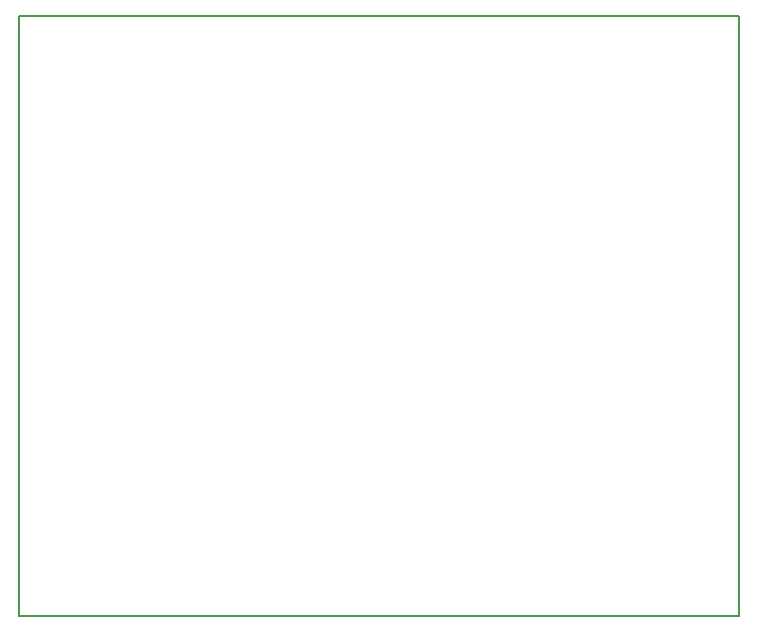
<source format=gbr>
G04 #@! TF.GenerationSoftware,KiCad,Pcbnew,5.0.2-bee76a0~70~ubuntu18.04.1*
G04 #@! TF.CreationDate,2019-02-21T11:41:22+01:00*
G04 #@! TF.ProjectId,PCB_Interface,5043425f-496e-4746-9572-666163652e6b,rev?*
G04 #@! TF.SameCoordinates,Original*
G04 #@! TF.FileFunction,Profile,NP*
%FSLAX46Y46*%
G04 Gerber Fmt 4.6, Leading zero omitted, Abs format (unit mm)*
G04 Created by KiCad (PCBNEW 5.0.2-bee76a0~70~ubuntu18.04.1) date jeu. 21 févr. 2019 11:41:22 CET*
%MOMM*%
%LPD*%
G01*
G04 APERTURE LIST*
%ADD10C,0.150000*%
G04 APERTURE END LIST*
D10*
X83820000Y-119380000D02*
X83820000Y-68580000D01*
X144780000Y-119380000D02*
X83820000Y-119380000D01*
X144780000Y-68580000D02*
X144780000Y-119380000D01*
X83820000Y-68580000D02*
X144780000Y-68580000D01*
M02*

</source>
